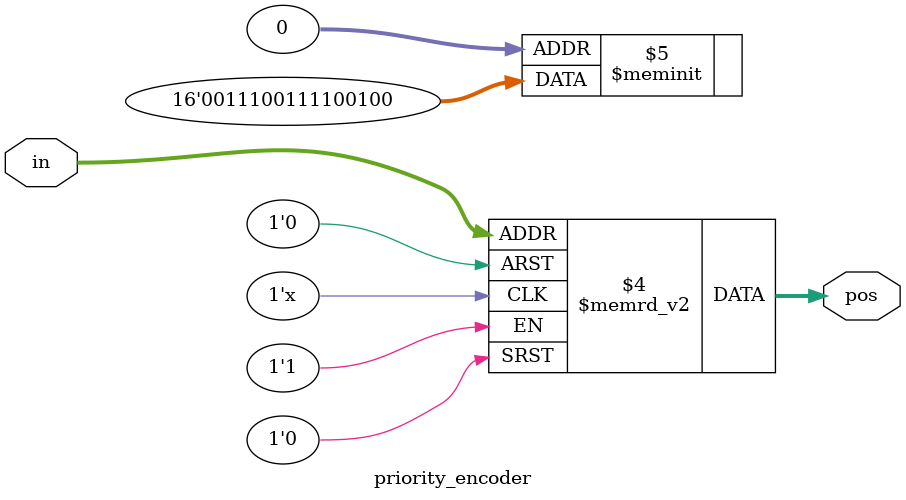
<source format=v>
module priority_encoder( 
input [2:0] in,
output reg [1:0] pos ); 
// When sel=1, assign b to out
always @(*)
case (in)
3'b000: pos = 2'b00;
3'b001: pos = 2'b01;
3'b010: pos = 2'b10;
3'b011: pos = 2'b11;
3'b100: pos = 2'b01;
3'b101: pos = 2'b10;
3'b110: pos = 2'b11;
3'b111: pos = 2'b00;
default: pos = 2'b00;
endcase
endmodule

</source>
